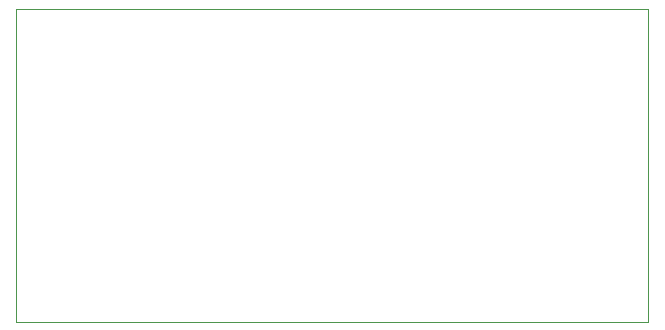
<source format=gbr>
%TF.GenerationSoftware,KiCad,Pcbnew,8.0.3*%
%TF.CreationDate,2024-06-15T12:10:25-04:00*%
%TF.ProjectId,RP2040_Count,52503230-3430-45f4-936f-756e742e6b69,v2*%
%TF.SameCoordinates,Original*%
%TF.FileFunction,Profile,NP*%
%FSLAX46Y46*%
G04 Gerber Fmt 4.6, Leading zero omitted, Abs format (unit mm)*
G04 Created by KiCad (PCBNEW 8.0.3) date 2024-06-15 12:10:25*
%MOMM*%
%LPD*%
G01*
G04 APERTURE LIST*
%TA.AperFunction,Profile*%
%ADD10C,0.100000*%
%TD*%
G04 APERTURE END LIST*
D10*
X99500000Y-73600000D02*
X153000000Y-73600000D01*
X153000000Y-100100000D01*
X99500000Y-100100000D01*
X99500000Y-73600000D01*
M02*

</source>
